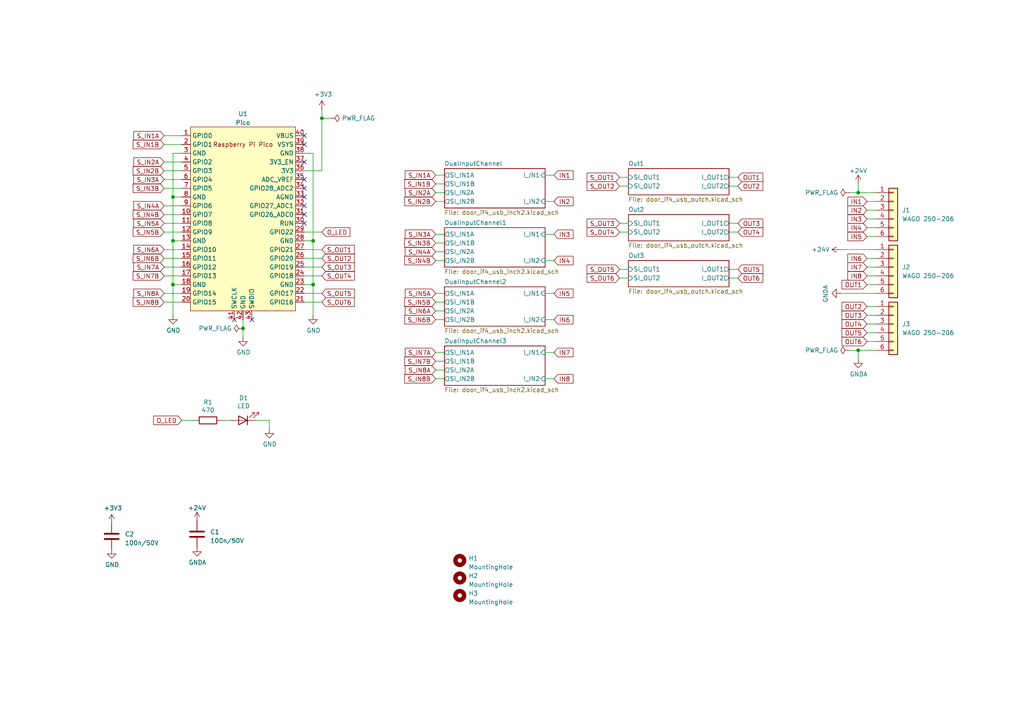
<source format=kicad_sch>
(kicad_sch (version 20230121) (generator eeschema)
  (paper "A4")
  (title_block (title "Türinterface (door_if)") (date "2021-07-17") (rev "R0") (company "Betreiberverein Makerspace+ für Erlangen e.V."))
  (lib_symbols
    (symbol "Connector_Generic:Conn_01x06" (pin_names (offset 1.016) hide)
      (property "Reference" "J" (at 0 7.62 0))
      (property "Value" "Conn_01x06" (at 0 -10.16 0))
      (symbol "Conn_01x06_1_1"
        (rectangle (start -1.27 -7.493) (end 0 -7.747) (stroke (width 0.1524)))
        (rectangle (start -1.27 -4.953) (end 0 -5.207) (stroke (width 0.1524)))
        (rectangle (start -1.27 -2.413) (end 0 -2.667) (stroke (width 0.1524)))
        (rectangle (start -1.27 0.127) (end 0 -0.127) (stroke (width 0.1524)))
        (rectangle (start -1.27 2.667) (end 0 2.413) (stroke (width 0.1524)))
        (rectangle (start -1.27 5.207) (end 0 4.953) (stroke (width 0.1524)))
        (rectangle (start -1.27 6.35) (end 1.27 -8.89) (stroke (width 0.254)) (fill (type background)))
        (pin passive line (at -5.08 5.08 0) (length 3.81) (name "Pin_1") (number "1"))
        (pin passive line (at -5.08 2.54 0) (length 3.81) (name "Pin_2") (number "2"))
        (pin passive line (at -5.08 0 0) (length 3.81) (name "Pin_3") (number "3"))
        (pin passive line (at -5.08 -2.54 0) (length 3.81) (name "Pin_4") (number "4"))
        (pin passive line (at -5.08 -5.08 0) (length 3.81) (name "Pin_5") (number "5"))
        (pin passive line (at -5.08 -7.62 0) (length 3.81) (name "Pin_6") (number "6"))
      )
    )
    (symbol "Device:C" (pin_numbers hide) (pin_names (offset 0.254))
      (property "Reference" "C" (at 0.635 2.54 0))
      (property "Value" "C" (at 0.635 -2.54 0))
      (symbol "C_0_1"
        (polyline (pts (xy -2.032 -0.762) (xy 2.032 -0.762)) (stroke (width 0.508)))
        (polyline (pts (xy -2.032 0.762) (xy 2.032 0.762)) (stroke (width 0.508)))
      )
      (symbol "C_1_1"
        (pin passive line (at 0 3.81 270) (length 2.794) (name "~") (number "1"))
        (pin passive line (at 0 -3.81 90) (length 2.794) (name "~") (number "2"))
      )
    )
    (symbol "Device:LED" (pin_numbers hide) (pin_names (offset 1.016) hide)
      (property "Reference" "D" (at 0 2.54 0))
      (property "Value" "LED" (at 0 -2.54 0))
      (symbol "LED_0_1"
        (polyline (pts (xy -1.27 -1.27) (xy -1.27 1.27)) (stroke (width 0.254)))
        (polyline (pts (xy -1.27 0) (xy 1.27 0)))
        (polyline (pts (xy 1.27 -1.27) (xy 1.27 1.27) (xy -1.27 0) (xy 1.27 -1.27)) (stroke (width 0.254)))
        (polyline (pts (xy -3.048 -0.762) (xy -4.572 -2.286) (xy -3.81 -2.286) (xy -4.572 -2.286) (xy -4.572 -1.524)))
        (polyline (pts (xy -1.778 -0.762) (xy -3.302 -2.286) (xy -2.54 -2.286) (xy -3.302 -2.286) (xy -3.302 -1.524)))
      )
      (symbol "LED_1_1"
        (pin passive line (at -3.81 0 0) (length 2.54) (name "K") (number "1"))
        (pin passive line (at 3.81 0 180) (length 2.54) (name "A") (number "2"))
      )
    )
    (symbol "Device:R" (pin_numbers hide) (pin_names (offset 0))
      (property "Reference" "R" (at 2.032 0 90))
      (property "Value" "R" (at 0 0 90))
      (symbol "R_0_1"
        (rectangle (start -1.016 -2.54) (end 1.016 2.54) (stroke (width 0.254)))
      )
      (symbol "R_1_1"
        (pin passive line (at 0 3.81 270) (length 1.27) (name "~") (number "1"))
        (pin passive line (at 0 -3.81 90) (length 1.27) (name "~") (number "2"))
      )
    )
    (symbol "Mechanical:MountingHole" (pin_names (offset 1.016))
      (property "Reference" "H" (at 0 5.08 0))
      (property "Value" "MountingHole" (at 0 3.175 0))
      (symbol "MountingHole_0_1"
        (circle (center 0 0) (radius 1.27) (stroke (width 1.27)))
      )
    )
    (symbol "door_if3_usb-rescue:+3.3V-power" (power) (pin_names (offset 0))
      (property "Value" "+3.3V-power" (at 0 3.556 0))
      (symbol "+3.3V-power_0_1"
        (polyline (pts (xy -0.762 1.27) (xy 0 2.54)))
        (polyline (pts (xy 0 0) (xy 0 2.54)))
        (polyline (pts (xy 0 2.54) (xy 0.762 1.27)))
      )
      (symbol "+3.3V-power_1_1"
        (pin power_in line (at 0 0 90) (length 0) hide (name "+3V3") (number "1"))
      )
    )
    (symbol "power:+24V" (power) (pin_names (offset 0))
      (property "Value" "+24V" (at 0 3.556 0))
      (symbol "+24V_0_1"
        (polyline (pts (xy -0.762 1.27) (xy 0 2.54)))
        (polyline (pts (xy 0 0) (xy 0 2.54)))
        (polyline (pts (xy 0 2.54) (xy 0.762 1.27)))
      )
      (symbol "+24V_1_1"
        (pin power_in line (at 0 0 90) (length 0) hide (name "+24V") (number "1"))
      )
    )
    (symbol "power:GND" (power) (pin_names (offset 0))
      (property "Value" "GND" (at 0 -3.81 0))
      (symbol "GND_0_1"
        (polyline (pts (xy 0 0) (xy 0 -1.27) (xy 1.27 -1.27) (xy 0 -2.54) (xy -1.27 -1.27) (xy 0 -1.27)))
      )
      (symbol "GND_1_1"
        (pin power_in line (at 0 0 270) (length 0) hide (name "GND") (number "1"))
      )
    )
    (symbol "power:GNDA" (power) (pin_names (offset 0))
      (property "Value" "GNDA" (at 0 -3.81 0))
      (symbol "GNDA_0_1"
        (polyline (pts (xy 0 0) (xy 0 -1.27) (xy 1.27 -1.27) (xy 0 -2.54) (xy -1.27 -1.27) (xy 0 -1.27)))
      )
      (symbol "GNDA_1_1"
        (pin power_in line (at 0 0 270) (length 0) hide (name "GNDA") (number "1"))
      )
    )
    (symbol "power:PWR_FLAG" (power) (pin_numbers hide) (pin_names (offset 0) hide)
      (property "Value" "PWR_FLAG" (at 0 3.81 0))
      (symbol "PWR_FLAG_0_0"
        (pin power_out line (at 0 0 90) (length 0) (name "pwr") (number "1"))
      )
      (symbol "PWR_FLAG_0_1"
        (polyline (pts (xy 0 0) (xy 0 1.27) (xy -1.016 1.905) (xy 0 2.54) (xy 1.016 1.905) (xy 0 1.27)))
      )
    )
    (symbol "rpi-pico:Pico"
      (property "Reference" "U" (at -13.97 27.94 0))
      (property "Value" "Pico" (at 0 19.05 0))
      (symbol "Pico_0_0"
        (text "Raspberry Pi Pico" (at 0 21.59 0) (effects (font (size 1.27 1.27))))
      )
      (symbol "Pico_0_1"
        (rectangle (start -15.24 26.67) (end 15.24 -26.67) (fill (type background)))
      )
      (symbol "Pico_1_1"
        (pin bidirectional line (at -17.78 24.13 0) (length 2.54) (name "GPIO0") (number "1"))
        (pin bidirectional line (at -17.78 1.27 0) (length 2.54) (name "GPIO7") (number "10"))
        (pin bidirectional line (at -17.78 -1.27 0) (length 2.54) (name "GPIO8") (number "11"))
        (pin bidirectional line (at -17.78 -3.81 0) (length 2.54) (name "GPIO9") (number "12"))
        (pin power_in line (at -17.78 -6.35 0) (length 2.54) (name "GND") (number "13"))
        (pin bidirectional line (at -17.78 -8.89 0) (length 2.54) (name "GPIO10") (number "14"))
        (pin bidirectional line (at -17.78 -11.43 0) (length 2.54) (name "GPIO11") (number "15"))
        (pin bidirectional line (at -17.78 -13.97 0) (length 2.54) (name "GPIO12") (number "16"))
        (pin bidirectional line (at -17.78 -16.51 0) (length 2.54) (name "GPIO13") (number "17"))
        (pin power_in line (at -17.78 -19.05 0) (length 2.54) (name "GND") (number "18"))
        (pin bidirectional line (at -17.78 -21.59 0) (length 2.54) (name "GPIO14") (number "19"))
        (pin bidirectional line (at -17.78 21.59 0) (length 2.54) (name "GPIO1") (number "2"))
        (pin bidirectional line (at -17.78 -24.13 0) (length 2.54) (name "GPIO15") (number "20"))
        (pin bidirectional line (at 17.78 -24.13 180) (length 2.54) (name "GPIO16") (number "21"))
        (pin bidirectional line (at 17.78 -21.59 180) (length 2.54) (name "GPIO17") (number "22"))
        (pin power_in line (at 17.78 -19.05 180) (length 2.54) (name "GND") (number "23"))
        (pin bidirectional line (at 17.78 -16.51 180) (length 2.54) (name "GPIO18") (number "24"))
        (pin bidirectional line (at 17.78 -13.97 180) (length 2.54) (name "GPIO19") (number "25"))
        (pin bidirectional line (at 17.78 -11.43 180) (length 2.54) (name "GPIO20") (number "26"))
        (pin bidirectional line (at 17.78 -8.89 180) (length 2.54) (name "GPIO21") (number "27"))
        (pin power_in line (at 17.78 -6.35 180) (length 2.54) (name "GND") (number "28"))
        (pin bidirectional line (at 17.78 -3.81 180) (length 2.54) (name "GPIO22") (number "29"))
        (pin power_in line (at -17.78 19.05 0) (length 2.54) (name "GND") (number "3"))
        (pin input line (at 17.78 -1.27 180) (length 2.54) (name "RUN") (number "30"))
        (pin bidirectional line (at 17.78 1.27 180) (length 2.54) (name "GPIO26_ADC0") (number "31"))
        (pin bidirectional line (at 17.78 3.81 180) (length 2.54) (name "GPIO27_ADC1") (number "32"))
        (pin power_in line (at 17.78 6.35 180) (length 2.54) (name "AGND") (number "33"))
        (pin bidirectional line (at 17.78 8.89 180) (length 2.54) (name "GPIO28_ADC2") (number "34"))
        (pin power_in line (at 17.78 11.43 180) (length 2.54) (name "ADC_VREF") (number "35"))
        (pin power_in line (at 17.78 13.97 180) (length 2.54) (name "3V3") (number "36"))
        (pin input line (at 17.78 16.51 180) (length 2.54) (name "3V3_EN") (number "37"))
        (pin bidirectional line (at 17.78 19.05 180) (length 2.54) (name "GND") (number "38"))
        (pin power_in line (at 17.78 21.59 180) (length 2.54) (name "VSYS") (number "39"))
        (pin bidirectional line (at -17.78 16.51 0) (length 2.54) (name "GPIO2") (number "4"))
        (pin power_in line (at 17.78 24.13 180) (length 2.54) (name "VBUS") (number "40"))
        (pin input line (at -2.54 -29.21 90) (length 2.54) (name "SWCLK") (number "41"))
        (pin power_in line (at 0 -29.21 90) (length 2.54) (name "GND") (number "42"))
        (pin bidirectional line (at 2.54 -29.21 90) (length 2.54) (name "SWDIO") (number "43"))
        (pin bidirectional line (at -17.78 13.97 0) (length 2.54) (name "GPIO3") (number "5"))
        (pin bidirectional line (at -17.78 11.43 0) (length 2.54) (name "GPIO4") (number "6"))
        (pin bidirectional line (at -17.78 8.89 0) (length 2.54) (name "GPIO5") (number "7"))
        (pin power_in line (at -17.78 6.35 0) (length 2.54) (name "GND") (number "8"))
        (pin bidirectional line (at -17.78 3.81 0) (length 2.54) (name "GPIO6") (number "9"))
      )
    )
  )
  (junction (at 248.92 101.6))
  (junction (at 93.345 34.29))
  (junction (at 248.92 55.88))
  (junction (at 70.485 95.25))
  (junction (at 50.165 82.55))
  (junction (at 90.805 82.55))
  (junction (at 90.805 69.85))
  (junction (at 50.165 69.85))
  (junction (at 50.165 57.15))
  (no_connect (at 88.265 39.37))
  (no_connect (at 88.265 57.15))
  (no_connect (at 88.265 54.61))
  (no_connect (at 73.025 92.71))
  (no_connect (at 88.265 64.77))
  (no_connect (at 88.265 52.07))
  (no_connect (at 88.265 59.69))
  (no_connect (at 88.265 46.99))
  (no_connect (at 88.265 62.23))
  (no_connect (at 67.945 92.71))
  (no_connect (at 88.265 41.91))
  (wire (pts (xy 88.265 72.39) (xy 93.345 72.39)))
  (wire (pts (xy 50.165 57.15) (xy 50.165 69.85)))
  (wire (pts (xy 254 58.42) (xy 251.46 58.42)))
  (wire (pts (xy 126.365 75.565) (xy 128.905 75.565)))
  (wire (pts (xy 47.625 64.77) (xy 52.705 64.77)))
  (wire (pts (xy 70.485 95.25) (xy 70.485 97.79)))
  (wire (pts (xy 251.46 88.9) (xy 254 88.9)))
  (wire (pts (xy 47.625 46.99) (xy 52.705 46.99)))
  (wire (pts (xy 254 60.96) (xy 251.46 60.96)))
  (wire (pts (xy 93.345 34.29) (xy 93.345 31.75)))
  (wire (pts (xy 126.365 85.09) (xy 128.905 85.09)))
  (wire (pts (xy 251.46 68.58) (xy 254 68.58)))
  (wire (pts (xy 88.265 87.63) (xy 93.345 87.63)))
  (wire (pts (xy 56.515 121.92) (xy 52.705 121.92)))
  (wire (pts (xy 251.46 82.55) (xy 254 82.55)))
  (wire (pts (xy 251.46 99.06) (xy 254 99.06)))
  (wire (pts (xy 47.625 59.69) (xy 52.705 59.69)))
  (wire (pts (xy 47.625 74.93) (xy 52.705 74.93)))
  (wire (pts (xy 211.455 51.435) (xy 213.995 51.435)))
  (wire (pts (xy 126.365 53.34) (xy 128.905 53.34)))
  (wire (pts (xy 211.455 80.645) (xy 213.995 80.645)))
  (wire (pts (xy 211.455 67.31) (xy 213.995 67.31)))
  (wire (pts (xy 243.84 85.09) (xy 254 85.09)))
  (wire (pts (xy 50.165 82.55) (xy 50.165 91.44)))
  (wire (pts (xy 47.625 39.37) (xy 52.705 39.37)))
  (wire (pts (xy 179.705 53.975) (xy 182.245 53.975)))
  (wire (pts (xy 47.625 67.31) (xy 52.705 67.31)))
  (wire (pts (xy 179.705 67.31) (xy 182.245 67.31)))
  (wire (pts (xy 47.625 54.61) (xy 52.705 54.61)))
  (wire (pts (xy 47.625 52.07) (xy 52.705 52.07)))
  (wire (pts (xy 88.265 69.85) (xy 90.805 69.85)))
  (wire (pts (xy 251.46 80.01) (xy 254 80.01)))
  (wire (pts (xy 211.455 53.975) (xy 213.995 53.975)))
  (wire (pts (xy 47.625 77.47) (xy 52.705 77.47)))
  (wire (pts (xy 126.365 67.945) (xy 128.905 67.945)))
  (wire (pts (xy 64.135 121.92) (xy 66.675 121.92)))
  (wire (pts (xy 211.455 78.105) (xy 213.995 78.105)))
  (wire (pts (xy 52.705 44.45) (xy 50.165 44.45)))
  (wire (pts (xy 248.92 101.6) (xy 254 101.6)))
  (wire (pts (xy 90.805 44.45) (xy 90.805 69.85)))
  (wire (pts (xy 158.115 85.09) (xy 160.655 85.09)))
  (wire (pts (xy 74.295 121.92) (xy 78.105 121.92)))
  (wire (pts (xy 47.625 87.63) (xy 52.705 87.63)))
  (wire (pts (xy 158.115 67.945) (xy 160.655 67.945)))
  (wire (pts (xy 248.92 55.88) (xy 254 55.88)))
  (wire (pts (xy 47.625 80.01) (xy 52.705 80.01)))
  (wire (pts (xy 88.265 85.09) (xy 93.345 85.09)))
  (wire (pts (xy 179.705 78.105) (xy 182.245 78.105)))
  (wire (pts (xy 126.365 87.63) (xy 128.905 87.63)))
  (wire (pts (xy 251.46 96.52) (xy 254 96.52)))
  (wire (pts (xy 126.365 107.315) (xy 128.905 107.315)))
  (wire (pts (xy 126.365 104.775) (xy 128.905 104.775)))
  (wire (pts (xy 88.265 74.93) (xy 93.345 74.93)))
  (wire (pts (xy 248.92 104.14) (xy 248.92 101.6)))
  (wire (pts (xy 47.625 85.09) (xy 52.705 85.09)))
  (wire (pts (xy 126.365 92.71) (xy 128.905 92.71)))
  (wire (pts (xy 78.105 121.92) (xy 78.105 124.46)))
  (wire (pts (xy 47.625 41.91) (xy 52.705 41.91)))
  (wire (pts (xy 158.115 50.8) (xy 160.655 50.8)))
  (wire (pts (xy 251.46 74.93) (xy 254 74.93)))
  (wire (pts (xy 211.455 64.77) (xy 213.995 64.77)))
  (wire (pts (xy 70.485 92.71) (xy 70.485 95.25)))
  (wire (pts (xy 93.345 34.29) (xy 95.885 34.29)))
  (wire (pts (xy 254 66.04) (xy 251.46 66.04)))
  (wire (pts (xy 126.365 50.8) (xy 128.905 50.8)))
  (wire (pts (xy 88.265 67.31) (xy 93.345 67.31)))
  (wire (pts (xy 246.38 55.88) (xy 248.92 55.88)))
  (wire (pts (xy 50.165 69.85) (xy 52.705 69.85)))
  (wire (pts (xy 88.265 80.01) (xy 93.345 80.01)))
  (wire (pts (xy 243.84 72.39) (xy 254 72.39)))
  (wire (pts (xy 126.365 90.17) (xy 128.905 90.17)))
  (wire (pts (xy 47.625 72.39) (xy 52.705 72.39)))
  (wire (pts (xy 251.46 77.47) (xy 254 77.47)))
  (wire (pts (xy 126.365 109.855) (xy 128.905 109.855)))
  (wire (pts (xy 88.265 77.47) (xy 93.345 77.47)))
  (wire (pts (xy 47.625 62.23) (xy 52.705 62.23)))
  (wire (pts (xy 179.705 80.645) (xy 182.245 80.645)))
  (wire (pts (xy 246.38 101.6) (xy 248.92 101.6)))
  (wire (pts (xy 88.265 44.45) (xy 90.805 44.45)))
  (wire (pts (xy 158.115 102.235) (xy 160.655 102.235)))
  (wire (pts (xy 251.46 91.44) (xy 254 91.44)))
  (wire (pts (xy 179.705 51.435) (xy 182.245 51.435)))
  (wire (pts (xy 88.265 49.53) (xy 93.345 49.53)))
  (wire (pts (xy 158.115 58.42) (xy 160.655 58.42)))
  (wire (pts (xy 50.165 57.15) (xy 52.705 57.15)))
  (wire (pts (xy 88.265 82.55) (xy 90.805 82.55)))
  (wire (pts (xy 126.365 70.485) (xy 128.905 70.485)))
  (wire (pts (xy 90.805 82.55) (xy 90.805 91.44)))
  (wire (pts (xy 158.115 109.855) (xy 160.655 109.855)))
  (wire (pts (xy 158.115 75.565) (xy 160.655 75.565)))
  (wire (pts (xy 126.365 55.88) (xy 128.905 55.88)))
  (wire (pts (xy 47.625 49.53) (xy 52.705 49.53)))
  (wire (pts (xy 90.805 69.85) (xy 90.805 82.55)))
  (wire (pts (xy 126.365 73.025) (xy 128.905 73.025)))
  (wire (pts (xy 248.92 53.34) (xy 248.92 55.88)))
  (wire (pts (xy 50.165 82.55) (xy 52.705 82.55)))
  (wire (pts (xy 93.345 49.53) (xy 93.345 34.29)))
  (wire (pts (xy 126.365 102.235) (xy 128.905 102.235)))
  (wire (pts (xy 126.365 58.42) (xy 128.905 58.42)))
  (wire (pts (xy 50.165 69.85) (xy 50.165 82.55)))
  (wire (pts (xy 179.705 64.77) (xy 182.245 64.77)))
  (wire (pts (xy 254 63.5) (xy 251.46 63.5)))
  (wire (pts (xy 251.46 93.98) (xy 254 93.98)))
  (wire (pts (xy 158.115 92.71) (xy 160.655 92.71)))
  (wire (pts (xy 50.165 44.45) (xy 50.165 57.15)))
  (global_label "IN8" (shape input) (at 160.655 109.855 0) (property "Intersheetrefs" "${INTERSHEET_REFS}" (effects hide)))
  (global_label "OUT6" (shape input) (at 251.46 99.06 180) (property "Intersheetrefs" "${INTERSHEET_REFS}" (effects hide)))
  (global_label "S_OUT5" (shape input) (at 93.345 85.09 0) (property "Intersheetrefs" "${INTERSHEET_REFS}" (effects hide)))
  (global_label "O_LED" (shape input) (at 52.705 121.92 180) (property "Intersheetrefs" "${INTERSHEET_REFS}" (effects hide)))
  (global_label "S_OUT2" (shape input) (at 179.705 53.975 180) (property "Intersheetrefs" "${INTERSHEET_REFS}" (effects hide)))
  (global_label "OUT1" (shape input) (at 213.995 51.435 0) (property "Intersheetrefs" "${INTERSHEET_REFS}" (effects hide)))
  (global_label "S_IN8B" (shape input) (at 126.365 109.855 180) (property "Intersheetrefs" "${INTERSHEET_REFS}" (effects hide)))
  (global_label "OUT4" (shape input) (at 213.995 67.31 0) (property "Intersheetrefs" "${INTERSHEET_REFS}" (effects hide)))
  (global_label "S_IN7B" (shape input) (at 126.365 104.775 180) (property "Intersheetrefs" "${INTERSHEET_REFS}" (effects hide)))
  (global_label "S_IN5A" (shape input) (at 47.625 64.77 180) (property "Intersheetrefs" "${INTERSHEET_REFS}" (effects hide)))
  (global_label "S_OUT6" (shape input) (at 93.345 87.63 0) (property "Intersheetrefs" "${INTERSHEET_REFS}" (effects hide)))
  (global_label "OUT2" (shape input) (at 213.995 53.975 0) (property "Intersheetrefs" "${INTERSHEET_REFS}" (effects hide)))
  (global_label "S_IN1A" (shape input) (at 47.625 39.37 180) (property "Intersheetrefs" "${INTERSHEET_REFS}" (effects hide)))
  (global_label "IN4" (shape input) (at 251.46 66.04 180) (property "Intersheetrefs" "${INTERSHEET_REFS}" (effects hide)))
  (global_label "IN7" (shape input) (at 160.655 102.235 0) (property "Intersheetrefs" "${INTERSHEET_REFS}" (effects hide)))
  (global_label "IN1" (shape input) (at 251.46 58.42 180) (property "Intersheetrefs" "${INTERSHEET_REFS}" (effects hide)))
  (global_label "S_IN6B" (shape input) (at 47.625 74.93 180) (property "Intersheetrefs" "${INTERSHEET_REFS}" (effects hide)))
  (global_label "OUT1" (shape input) (at 251.46 82.55 180) (property "Intersheetrefs" "${INTERSHEET_REFS}" (effects hide)))
  (global_label "S_OUT1" (shape input) (at 179.705 51.435 180) (property "Intersheetrefs" "${INTERSHEET_REFS}" (effects hide)))
  (global_label "IN5" (shape input) (at 160.655 85.09 0) (property "Intersheetrefs" "${INTERSHEET_REFS}" (effects hide)))
  (global_label "S_IN4A" (shape input) (at 126.365 73.025 180) (property "Intersheetrefs" "${INTERSHEET_REFS}" (effects hide)))
  (global_label "S_IN5B" (shape input) (at 126.365 87.63 180) (property "Intersheetrefs" "${INTERSHEET_REFS}" (effects hide)))
  (global_label "S_OUT2" (shape input) (at 93.345 74.93 0) (property "Intersheetrefs" "${INTERSHEET_REFS}" (effects hide)))
  (global_label "OUT3" (shape input) (at 251.46 91.44 180) (property "Intersheetrefs" "${INTERSHEET_REFS}" (effects hide)))
  (global_label "S_IN3B" (shape input) (at 47.625 54.61 180) (property "Intersheetrefs" "${INTERSHEET_REFS}" (effects hide)))
  (global_label "S_IN2A" (shape input) (at 47.625 46.99 180) (property "Intersheetrefs" "${INTERSHEET_REFS}" (effects hide)))
  (global_label "S_IN4B" (shape input) (at 126.365 75.565 180) (property "Intersheetrefs" "${INTERSHEET_REFS}" (effects hide)))
  (global_label "S_IN5A" (shape input) (at 126.365 85.09 180) (property "Intersheetrefs" "${INTERSHEET_REFS}" (effects hide)))
  (global_label "IN3" (shape input) (at 160.655 67.945 0) (property "Intersheetrefs" "${INTERSHEET_REFS}" (effects hide)))
  (global_label "OUT2" (shape input) (at 251.46 88.9 180) (property "Intersheetrefs" "${INTERSHEET_REFS}" (effects hide)))
  (global_label "IN8" (shape input) (at 251.46 80.01 180) (property "Intersheetrefs" "${INTERSHEET_REFS}" (effects hide)))
  (global_label "S_IN5B" (shape input) (at 47.625 67.31 180) (property "Intersheetrefs" "${INTERSHEET_REFS}" (effects hide)))
  (global_label "OUT5" (shape input) (at 213.995 78.105 0) (property "Intersheetrefs" "${INTERSHEET_REFS}" (effects hide)))
  (global_label "OUT6" (shape input) (at 213.995 80.645 0) (property "Intersheetrefs" "${INTERSHEET_REFS}" (effects hide)))
  (global_label "S_IN3A" (shape input) (at 126.365 67.945 180) (property "Intersheetrefs" "${INTERSHEET_REFS}" (effects hide)))
  (global_label "S_IN8B" (shape input) (at 47.625 87.63 180) (property "Intersheetrefs" "${INTERSHEET_REFS}" (effects hide)))
  (global_label "S_IN6A" (shape input) (at 126.365 90.17 180) (property "Intersheetrefs" "${INTERSHEET_REFS}" (effects hide)))
  (global_label "S_IN2A" (shape input) (at 126.365 55.88 180) (property "Intersheetrefs" "${INTERSHEET_REFS}" (effects hide)))
  (global_label "S_IN3B" (shape input) (at 126.365 70.485 180) (property "Intersheetrefs" "${INTERSHEET_REFS}" (effects hide)))
  (global_label "S_IN8A" (shape input) (at 47.625 85.09 180) (property "Intersheetrefs" "${INTERSHEET_REFS}" (effects hide)))
  (global_label "S_OUT3" (shape input) (at 179.705 64.77 180) (property "Intersheetrefs" "${INTERSHEET_REFS}" (effects hide)))
  (global_label "S_OUT4" (shape input) (at 93.345 80.01 0) (property "Intersheetrefs" "${INTERSHEET_REFS}" (effects hide)))
  (global_label "S_IN6A" (shape input) (at 47.625 72.39 180) (property "Intersheetrefs" "${INTERSHEET_REFS}" (effects hide)))
  (global_label "IN6" (shape input) (at 251.46 74.93 180) (property "Intersheetrefs" "${INTERSHEET_REFS}" (effects hide)))
  (global_label "S_IN1B" (shape input) (at 126.365 53.34 180) (property "Intersheetrefs" "${INTERSHEET_REFS}" (effects hide)))
  (global_label "S_IN8A" (shape input) (at 126.365 107.315 180) (property "Intersheetrefs" "${INTERSHEET_REFS}" (effects hide)))
  (global_label "S_IN2B" (shape input) (at 126.365 58.42 180) (property "Intersheetrefs" "${INTERSHEET_REFS}" (effects hide)))
  (global_label "S_IN6B" (shape input) (at 126.365 92.71 180) (property "Intersheetrefs" "${INTERSHEET_REFS}" (effects hide)))
  (global_label "S_OUT3" (shape input) (at 93.345 77.47 0) (property "Intersheetrefs" "${INTERSHEET_REFS}" (effects hide)))
  (global_label "S_IN3A" (shape input) (at 47.625 52.07 180) (property "Intersheetrefs" "${INTERSHEET_REFS}" (effects hide)))
  (global_label "S_IN7A" (shape input) (at 47.625 77.47 180) (property "Intersheetrefs" "${INTERSHEET_REFS}" (effects hide)))
  (global_label "IN6" (shape input) (at 160.655 92.71 0) (property "Intersheetrefs" "${INTERSHEET_REFS}" (effects hide)))
  (global_label "IN2" (shape input) (at 251.46 60.96 180) (property "Intersheetrefs" "${INTERSHEET_REFS}" (effects hide)))
  (global_label "IN5" (shape input) (at 251.46 68.58 180) (property "Intersheetrefs" "${INTERSHEET_REFS}" (effects hide)))
  (global_label "OUT5" (shape input) (at 251.46 96.52 180) (property "Intersheetrefs" "${INTERSHEET_REFS}" (effects hide)))
  (global_label "S_OUT6" (shape input) (at 179.705 80.645 180) (property "Intersheetrefs" "${INTERSHEET_REFS}" (effects hide)))
  (global_label "IN7" (shape input) (at 251.46 77.47 180) (property "Intersheetrefs" "${INTERSHEET_REFS}" (effects hide)))
  (global_label "S_IN1B" (shape input) (at 47.625 41.91 180) (property "Intersheetrefs" "${INTERSHEET_REFS}" (effects hide)))
  (global_label "IN2" (shape input) (at 160.655 58.42 0) (property "Intersheetrefs" "${INTERSHEET_REFS}" (effects hide)))
  (global_label "S_IN7B" (shape input) (at 47.625 80.01 180) (property "Intersheetrefs" "${INTERSHEET_REFS}" (effects hide)))
  (global_label "S_IN7A" (shape input) (at 126.365 102.235 180) (property "Intersheetrefs" "${INTERSHEET_REFS}" (effects hide)))
  (global_label "S_OUT5" (shape input) (at 179.705 78.105 180) (property "Intersheetrefs" "${INTERSHEET_REFS}" (effects hide)))
  (global_label "S_IN4B" (shape input) (at 47.625 62.23 180) (property "Intersheetrefs" "${INTERSHEET_REFS}" (effects hide)))
  (global_label "S_OUT1" (shape input) (at 93.345 72.39 0) (property "Intersheetrefs" "${INTERSHEET_REFS}" (effects hide)))
  (global_label "S_IN4A" (shape input) (at 47.625 59.69 180) (property "Intersheetrefs" "${INTERSHEET_REFS}" (effects hide)))
  (global_label "OUT4" (shape input) (at 251.46 93.98 180) (property "Intersheetrefs" "${INTERSHEET_REFS}" (effects hide)))
  (global_label "OUT3" (shape input) (at 213.995 64.77 0) (property "Intersheetrefs" "${INTERSHEET_REFS}" (effects hide)))
  (global_label "IN1" (shape input) (at 160.655 50.8 0) (property "Intersheetrefs" "${INTERSHEET_REFS}" (effects hide)))
  (global_label "IN3" (shape input) (at 251.46 63.5 180) (property "Intersheetrefs" "${INTERSHEET_REFS}" (effects hide)))
  (global_label "S_IN2B" (shape input) (at 47.625 49.53 180) (property "Intersheetrefs" "${INTERSHEET_REFS}" (effects hide)))
  (global_label "S_IN1A" (shape input) (at 126.365 50.8 180) (property "Intersheetrefs" "${INTERSHEET_REFS}" (effects hide)))
  (global_label "O_LED" (shape input) (at 93.345 67.31 0) (property "Intersheetrefs" "${INTERSHEET_REFS}" (effects hide)))
  (global_label "S_OUT4" (shape input) (at 179.705 67.31 180) (property "Intersheetrefs" "${INTERSHEET_REFS}" (effects hide)))
  (global_label "IN4" (shape input) (at 160.655 75.565 0) (property "Intersheetrefs" "${INTERSHEET_REFS}" (effects hide)))
  (symbol (lib_id "Device:LED") (at 70.485 121.92 180) (unit 1)
    (property "Reference" "D1" (at 70.6628 115.443 0))
    (property "Value" "LED" (at 70.6628 117.7544 0))
    (property "Footprint" "LED_SMD:LED_0603_1608Metric" (effects hide))
  )
  (symbol (lib_id "Device:R") (at 60.325 121.92 270) (unit 1)
    (property "Reference" "R1" (at 60.325 116.6622 90))
    (property "Value" "470" (at 60.325 118.9736 90))
    (property "Footprint" "Resistor_SMD:R_0402_1005Metric" (effects hide))
  )
  (symbol (lib_id "power:GND") (at 78.105 124.46 0) (unit 1)
    (property "Reference" "#PWR05" (effects hide))
    (property "Value" "GND" (at 78.232 128.8542 0))
  )
  (symbol (lib_id "power:GND") (at 70.485 97.79 0) (unit 1)
    (property "Reference" "#PWR04" (effects hide))
    (property "Value" "GND" (at 70.612 102.1842 0))
  )
  (symbol (lib_id "door_if3_usb-rescue:+3.3V-power") (at 93.345 31.75 0) (unit 1)
    (property "Reference" "#PWR07" (effects hide))
    (property "Value" "+3.3V" (at 93.726 27.3558 0))
  )
  (symbol (lib_id "power:PWR_FLAG") (at 95.885 34.29 270) (unit 1)
    (property "Reference" "#FLG02" (effects hide))
    (property "Value" "PWR_FLAG" (at 99.1362 34.29 90) (effects (justify left)))
  )
  (symbol (lib_id "power:GNDA") (at 248.92 104.14 0) (unit 1)
    (property "Reference" "#PWR011" (effects hide))
    (property "Value" "GNDA" (at 249.047 108.5342 0))
  )
  (symbol (lib_id "power:PWR_FLAG") (at 246.38 101.6 90) (unit 1)
    (property "Reference" "#FLG04" (effects hide))
    (property "Value" "PWR_FLAG" (at 243.1542 101.6 90) (effects (justify left)))
  )
  (symbol (lib_id "power:PWR_FLAG") (at 246.38 55.88 90) (unit 1)
    (property "Reference" "#FLG03" (effects hide))
    (property "Value" "PWR_FLAG" (at 243.1542 55.88 90) (effects (justify left)))
  )
  (symbol (lib_id "power:GND") (at 32.385 159.385 0) (unit 1)
    (property "Reference" "#PWR069" (effects hide))
    (property "Value" "GND" (at 32.512 163.7792 0))
  )
  (symbol (lib_id "Connector_Generic:Conn_01x06") (at 259.08 60.96 0) (unit 1)
    (property "Reference" "J1" (at 261.62 60.96 0) (effects (justify left)))
    (property "Value" "WAGO 250-206" (at 261.62 63.5 0) (effects (justify left)))
    (property "Footprint" "cc_con-lst:WAGO-250-206" (effects hide))
  )
  (symbol (lib_id "Mechanical:MountingHole") (at 133.35 162.56 0) (unit 1)
    (property "Reference" "H1" (at 135.89 161.925 0) (effects (justify left)))
    (property "Value" "MountingHole" (at 135.89 164.465 0) (effects (justify left)))
    (property "Footprint" "MountingHole:MountingHole_3.2mm_M3_DIN965" (effects hide))
  )
  (symbol (lib_id "rpi-pico:Pico") (at 70.485 63.5 0) (unit 1)
    (property "Reference" "U1" (at 70.485 33.02 0))
    (property "Value" "Pico" (at 70.485 35.56 0))
    (property "Footprint" "rpi-pico:RPi_Pico_SMDonly" (effects hide))
  )
  (symbol (lib_id "Connector_Generic:Conn_01x06") (at 259.08 93.98 0) (unit 1)
    (property "Reference" "J3" (at 261.62 93.98 0) (effects (justify left)))
    (property "Value" "WAGO 250-206" (at 261.62 96.52 0) (effects (justify left)))
    (property "Footprint" "cc_con-lst:WAGO-250-206" (effects hide))
  )
  (symbol (lib_id "power:+24V") (at 243.84 72.39 90) (unit 1)
    (property "Reference" "#PWR08" (effects hide))
    (property "Value" "+24V" (at 240.665 72.39 90) (effects (justify left)))
  )
  (symbol (lib_id "Mechanical:MountingHole") (at 133.35 167.64 0) (unit 1)
    (property "Reference" "H2" (at 135.89 167.005 0) (effects (justify left)))
    (property "Value" "MountingHole" (at 135.89 169.545 0) (effects (justify left)))
    (property "Footprint" "MountingHole:MountingHole_3.2mm_M3_DIN965" (effects hide))
  )
  (symbol (lib_id "power:GND") (at 90.805 91.44 0) (unit 1)
    (property "Reference" "#PWR06" (effects hide))
    (property "Value" "GND" (at 90.932 95.8342 0))
  )
  (symbol (lib_id "Device:C") (at 57.15 154.94 0) (unit 1)
    (property "Reference" "C1" (at 60.96 154.305 0) (effects (justify left)))
    (property "Value" "100n/50V" (at 60.96 156.845 0) (effects (justify left)))
    (property "Footprint" "Capacitor_SMD:C_0402_1005Metric" (effects hide))
  )
  (symbol (lib_id "door_if3_usb-rescue:+3.3V-power") (at 32.385 151.765 0) (unit 1)
    (property "Reference" "#PWR068" (effects hide))
    (property "Value" "+3.3V" (at 32.766 147.3708 0))
  )
  (symbol (lib_id "power:+24V") (at 57.15 151.13 0) (unit 1)
    (property "Reference" "#PWR02" (effects hide))
    (property "Value" "+24V" (at 57.15 147.32 0))
  )
  (symbol (lib_id "Mechanical:MountingHole") (at 133.35 172.72 0) (unit 1)
    (property "Reference" "H3" (at 135.89 172.085 0) (effects (justify left)))
    (property "Value" "MountingHole" (at 135.89 174.625 0) (effects (justify left)))
    (property "Footprint" "MountingHole:MountingHole_3.2mm_M3_DIN965" (effects hide))
  )
  (symbol (lib_id "power:+24V") (at 248.92 53.34 0) (unit 1)
    (property "Reference" "#PWR010" (effects hide))
    (property "Value" "+24V" (at 248.92 49.53 0))
  )
  (symbol (lib_id "power:GNDA") (at 57.15 158.75 0) (unit 1)
    (property "Reference" "#PWR03" (effects hide))
    (property "Value" "GNDA" (at 57.277 163.1442 0))
  )
  (symbol (lib_id "power:PWR_FLAG") (at 70.485 95.25 90) (unit 1)
    (property "Reference" "#FLG01" (effects hide))
    (property "Value" "PWR_FLAG" (at 67.2338 95.25 90) (effects (justify left)))
  )
  (symbol (lib_id "Device:C") (at 32.385 155.575 0) (unit 1)
    (property "Reference" "C2" (at 36.195 154.94 0) (effects (justify left)))
    (property "Value" "100n/50V" (at 36.195 157.48 0) (effects (justify left)))
    (property "Footprint" "Capacitor_SMD:C_0402_1005Metric" (effects hide))
  )
  (symbol (lib_id "Connector_Generic:Conn_01x06") (at 259.08 77.47 0) (unit 1)
    (property "Reference" "J2" (at 261.62 77.47 0) (effects (justify left)))
    (property "Value" "WAGO 250-206" (at 261.62 80.01 0) (effects (justify left)))
    (property "Footprint" "cc_con-lst:WAGO-250-206" (effects hide))
  )
  (symbol (lib_id "power:GNDA") (at 243.84 85.09 270) (unit 1)
    (property "Reference" "#PWR09" (effects hide))
    (property "Value" "GNDA" (at 239.4458 85.217 0))
  )
  (symbol (lib_id "power:GND") (at 50.165 91.44 0) (unit 1)
    (property "Reference" "#PWR01" (effects hide))
    (property "Value" "GND" (at 50.292 95.8342 0))
  )
  (sheet (at 182.245 48.895) (size 29.21 7.62) (stroke (width 0.1524))
    (property "Sheetname" "Out1" (at 182.245 48.1834 0) (effects (justify left bottom)))
    (property "Sheetfile" "door_if4_usb_outch.kicad_sch" (at 182.245 57.0996 0) (effects (justify left top)))
    (pin "SI_OUT2" input (at 182.245 53.975 180))
    (pin "I_OUT2" output (at 211.455 53.975 0))
    (pin "I_OUT1" output (at 211.455 51.435 0))
    (pin "SI_OUT1" input (at 182.245 51.435 180))
  )
  (sheet (at 128.905 100.33) (size 29.21 11.43) (stroke (width 0.1524))
    (property "Sheetname" "DualInputChannel3" (at 128.905 99.6184 0) (effects (justify left bottom)))
    (property "Sheetfile" "door_if4_usb_inch2.kicad_sch" (at 128.905 112.3446 0) (effects (justify left top)))
    (pin "SI_IN1A" output (at 128.905 102.235 180))
    (pin "SI_IN1B" output (at 128.905 104.775 180))
    (pin "SI_IN2A" output (at 128.905 107.315 180))
    (pin "SI_IN2B" output (at 128.905 109.855 180))
    (pin "I_IN2" input (at 158.115 109.855 0))
    (pin "I_IN1" input (at 158.115 102.235 0))
  )
  (sheet (at 128.905 66.04) (size 29.21 11.43) (stroke (width 0.1524))
    (property "Sheetname" "DualInputChannel1" (at 128.905 65.3284 0) (effects (justify left bottom)))
    (property "Sheetfile" "door_if4_usb_inch2.kicad_sch" (at 128.905 78.0546 0) (effects (justify left top)))
    (pin "SI_IN1A" output (at 128.905 67.945 180))
    (pin "SI_IN1B" output (at 128.905 70.485 180))
    (pin "SI_IN2A" output (at 128.905 73.025 180))
    (pin "SI_IN2B" output (at 128.905 75.565 180))
    (pin "I_IN2" input (at 158.115 75.565 0))
    (pin "I_IN1" input (at 158.115 67.945 0))
  )
  (sheet (at 182.245 75.565) (size 29.21 7.62) (stroke (width 0.1524))
    (property "Sheetname" "Out3" (at 182.245 74.8534 0) (effects (justify left bottom)))
    (property "Sheetfile" "door_if4_usb_outch.kicad_sch" (at 182.245 83.7696 0) (effects (justify left top)))
    (pin "SI_OUT2" input (at 182.245 80.645 180))
    (pin "I_OUT2" output (at 211.455 80.645 0))
    (pin "I_OUT1" output (at 211.455 78.105 0))
    (pin "SI_OUT1" input (at 182.245 78.105 180))
  )
  (sheet (at 128.905 48.895) (size 29.21 11.43) (stroke (width 0.1524))
    (property "Sheetname" "DualInputChannel" (at 128.905 48.1834 0) (effects (justify left bottom)))
    (property "Sheetfile" "door_if4_usb_inch2.kicad_sch" (at 128.905 60.9096 0) (effects (justify left top)))
    (pin "SI_IN1A" output (at 128.905 50.8 180))
    (pin "SI_IN1B" output (at 128.905 53.34 180))
    (pin "SI_IN2A" output (at 128.905 55.88 180))
    (pin "SI_IN2B" output (at 128.905 58.42 180))
    (pin "I_IN2" input (at 158.115 58.42 0))
    (pin "I_IN1" input (at 158.115 50.8 0))
  )
  (sheet (at 182.245 62.23) (size 29.21 7.62) (stroke (width 0.1524))
    (property "Sheetname" "Out2" (at 182.245 61.5184 0) (effects (justify left bottom)))
    (property "Sheetfile" "door_if4_usb_outch.kicad_sch" (at 182.245 70.4346 0) (effects (justify left top)))
    (pin "SI_OUT2" input (at 182.245 67.31 180))
    (pin "I_OUT2" output (at 211.455 67.31 0))
    (pin "I_OUT1" output (at 211.455 64.77 0))
    (pin "SI_OUT1" input (at 182.245 64.77 180))
  )
  (sheet (at 128.905 83.185) (size 29.21 11.43) (stroke (width 0.1524))
    (property "Sheetname" "DualInputChannel2" (at 128.905 82.4734 0) (effects (justify left bottom)))
    (property "Sheetfile" "door_if4_usb_inch2.kicad_sch" (at 128.905 95.1996 0) (effects (justify left top)))
    (pin "SI_IN1A" output (at 128.905 85.09 180))
    (pin "SI_IN1B" output (at 128.905 87.63 180))
    (pin "SI_IN2A" output (at 128.905 90.17 180))
    (pin "SI_IN2B" output (at 128.905 92.71 180))
    (pin "I_IN2" input (at 158.115 92.71 0))
    (pin "I_IN1" input (at 158.115 85.09 0))
  )
)
</source>
